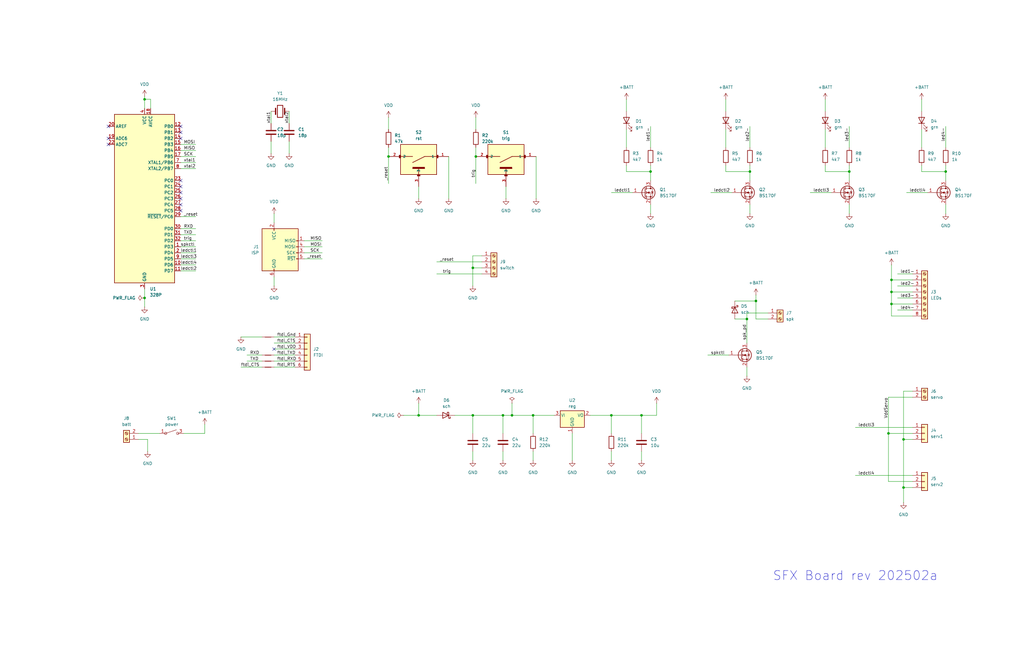
<source format=kicad_sch>
(kicad_sch (version 20231120) (generator "eeschema") (generator_version "8.0")
  (paper "B")
  (junction (at 381 185.42))
  (junction (at 375.92 118.11))
  (junction (at 163.83 66.04))
  (junction (at 270.51 175.26))
  (junction (at 316.23 72.39))
  (junction (at 200.66 66.04))
  (junction (at 318.77 127))
  (junction (at 374.65 182.88))
  (junction (at 257.81 175.26))
  (junction (at 199.39 113.03))
  (junction (at 212.09 175.26))
  (junction (at 375.92 123.19))
  (junction (at 176.53 175.26))
  (junction (at 60.96 125.73))
  (junction (at 398.78 72.39))
  (junction (at 60.96 41.91))
  (junction (at 381 205.74))
  (junction (at 274.32 72.39))
  (junction (at 375.92 128.27))
  (junction (at 199.39 175.26))
  (junction (at 358.14 72.39))
  (junction (at 215.9 175.26))
  (junction (at 224.79 175.26))
  (junction (at 314.96 134.62))
  (no_connect (at 76.2 88.9))
  (no_connect (at 76.2 58.42))
  (no_connect (at 45.72 58.42))
  (no_connect (at 45.72 60.96))
  (no_connect (at 45.72 53.34))
  (no_connect (at 76.2 76.2))
  (no_connect (at 76.2 53.34))
  (no_connect (at 76.2 83.82))
  (no_connect (at 76.2 78.74))
  (no_connect (at 76.2 81.28))
  (no_connect (at 115.57 147.32))
  (no_connect (at 76.2 86.36))
  (no_connect (at 76.2 55.88))
  (wire (pts (xy 60.96 41.91) (xy 60.96 45.72)))
  (wire (pts (xy 77.47 182.88) (xy 86.36 182.88)))
  (wire (pts (xy 199.39 175.26) (xy 212.09 175.26)))
  (wire (pts (xy 115.57 147.32) (xy 124.46 147.32)))
  (wire (pts (xy 318.77 134.62) (xy 318.77 127)))
  (wire (pts (xy 101.6 154.94) (xy 110.49 154.94)))
  (wire (pts (xy 114.3 59.69) (xy 114.3 64.77)))
  (wire (pts (xy 270.51 182.88) (xy 270.51 175.26)))
  (wire (pts (xy 115.57 90.17) (xy 115.57 93.98)))
  (wire (pts (xy 199.39 107.95) (xy 199.39 113.03)))
  (wire (pts (xy 121.92 46.99) (xy 121.92 52.07)))
  (wire (pts (xy 274.32 72.39) (xy 264.16 72.39)))
  (wire (pts (xy 60.96 121.92) (xy 60.96 125.73)))
  (wire (pts (xy 388.62 54.61) (xy 388.62 62.23)))
  (wire (pts (xy 199.39 190.5) (xy 199.39 194.31)))
  (wire (pts (xy 306.07 54.61) (xy 306.07 62.23)))
  (wire (pts (xy 341.63 81.28) (xy 350.52 81.28)))
  (wire (pts (xy 76.2 114.3) (xy 82.55 114.3)))
  (wire (pts (xy 176.53 175.26) (xy 184.15 175.26)))
  (wire (pts (xy 309.88 127) (xy 318.77 127)))
  (wire (pts (xy 189.23 66.04) (xy 189.23 83.82)))
  (wire (pts (xy 276.86 170.18) (xy 276.86 175.26)))
  (wire (pts (xy 323.85 132.08) (xy 314.96 132.08)))
  (wire (pts (xy 224.79 190.5) (xy 224.79 194.31)))
  (wire (pts (xy 215.9 170.18) (xy 215.9 175.26)))
  (wire (pts (xy 264.16 41.91) (xy 264.16 46.99)))
  (wire (pts (xy 101.6 142.24) (xy 110.49 142.24)))
  (wire (pts (xy 360.68 200.66) (xy 384.81 200.66)))
  (wire (pts (xy 375.92 133.35) (xy 384.81 133.35)))
  (wire (pts (xy 170.18 175.26) (xy 176.53 175.26)))
  (wire (pts (xy 384.81 165.1) (xy 381 165.1)))
  (wire (pts (xy 199.39 113.03) (xy 203.2 113.03)))
  (wire (pts (xy 76.2 71.12) (xy 82.55 71.12)))
  (wire (pts (xy 115.57 149.86) (xy 124.46 149.86)))
  (wire (pts (xy 121.92 59.69) (xy 121.92 64.77)))
  (wire (pts (xy 114.3 46.99) (xy 114.3 52.07)))
  (wire (pts (xy 398.78 72.39) (xy 398.78 76.2)))
  (wire (pts (xy 374.65 182.88) (xy 384.81 182.88)))
  (wire (pts (xy 358.14 53.34) (xy 358.14 62.23)))
  (wire (pts (xy 76.2 63.5) (xy 82.55 63.5)))
  (wire (pts (xy 63.5 41.91) (xy 60.96 41.91)))
  (wire (pts (xy 298.45 149.86) (xy 307.34 149.86)))
  (wire (pts (xy 381 185.42) (xy 381 205.74)))
  (wire (pts (xy 381 212.09) (xy 381 205.74)))
  (wire (pts (xy 115.57 116.84) (xy 115.57 120.65)))
  (wire (pts (xy 347.98 41.91) (xy 347.98 46.99)))
  (wire (pts (xy 115.57 144.78) (xy 124.46 144.78)))
  (wire (pts (xy 163.83 62.23) (xy 163.83 66.04)))
  (wire (pts (xy 299.72 81.28) (xy 308.61 81.28)))
  (wire (pts (xy 316.23 53.34) (xy 316.23 62.23)))
  (wire (pts (xy 76.2 66.04) (xy 82.55 66.04)))
  (wire (pts (xy 314.96 132.08) (xy 314.96 134.62)))
  (wire (pts (xy 378.46 130.81) (xy 384.81 130.81)))
  (wire (pts (xy 358.14 86.36) (xy 358.14 90.17)))
  (wire (pts (xy 60.96 40.64) (xy 60.96 41.91)))
  (wire (pts (xy 199.39 175.26) (xy 199.39 182.88)))
  (wire (pts (xy 375.92 123.19) (xy 384.81 123.19)))
  (wire (pts (xy 104.14 149.86) (xy 110.49 149.86)))
  (wire (pts (xy 388.62 72.39) (xy 388.62 69.85)))
  (wire (pts (xy 76.2 96.52) (xy 82.55 96.52)))
  (wire (pts (xy 306.07 41.91) (xy 306.07 46.99)))
  (wire (pts (xy 213.36 78.74) (xy 213.36 83.82)))
  (wire (pts (xy 115.57 152.4) (xy 124.46 152.4)))
  (wire (pts (xy 76.2 106.68) (xy 82.55 106.68)))
  (wire (pts (xy 58.42 182.88) (xy 67.31 182.88)))
  (wire (pts (xy 306.07 72.39) (xy 306.07 69.85)))
  (wire (pts (xy 76.2 91.44) (xy 82.55 91.44)))
  (wire (pts (xy 176.53 170.18) (xy 176.53 175.26)))
  (wire (pts (xy 384.81 203.2) (xy 374.65 203.2)))
  (wire (pts (xy 257.81 81.28) (xy 266.7 81.28)))
  (wire (pts (xy 224.79 175.26) (xy 233.68 175.26)))
  (wire (pts (xy 360.68 180.34) (xy 384.81 180.34)))
  (wire (pts (xy 270.51 175.26) (xy 257.81 175.26)))
  (wire (pts (xy 203.2 107.95) (xy 199.39 107.95)))
  (wire (pts (xy 358.14 72.39) (xy 358.14 76.2)))
  (wire (pts (xy 381 205.74) (xy 384.81 205.74)))
  (wire (pts (xy 316.23 69.85) (xy 316.23 72.39)))
  (wire (pts (xy 200.66 62.23) (xy 200.66 66.04)))
  (wire (pts (xy 163.83 66.04) (xy 163.83 77.47)))
  (wire (pts (xy 375.92 111.76) (xy 375.92 118.11)))
  (wire (pts (xy 115.57 142.24) (xy 124.46 142.24)))
  (wire (pts (xy 115.57 154.94) (xy 124.46 154.94)))
  (wire (pts (xy 375.92 128.27) (xy 384.81 128.27)))
  (wire (pts (xy 276.86 175.26) (xy 270.51 175.26)))
  (wire (pts (xy 76.2 60.96) (xy 82.55 60.96)))
  (wire (pts (xy 128.27 104.14) (xy 135.89 104.14)))
  (wire (pts (xy 128.27 101.6) (xy 135.89 101.6)))
  (wire (pts (xy 347.98 54.61) (xy 347.98 62.23)))
  (wire (pts (xy 86.36 182.88) (xy 86.36 179.07)))
  (wire (pts (xy 212.09 175.26) (xy 215.9 175.26)))
  (wire (pts (xy 388.62 41.91) (xy 388.62 46.99)))
  (wire (pts (xy 224.79 175.26) (xy 224.79 182.88)))
  (wire (pts (xy 316.23 72.39) (xy 316.23 76.2)))
  (wire (pts (xy 58.42 185.42) (xy 62.23 185.42)))
  (wire (pts (xy 200.66 66.04) (xy 200.66 77.47)))
  (wire (pts (xy 76.2 101.6) (xy 82.55 101.6)))
  (wire (pts (xy 200.66 49.53) (xy 200.66 54.61)))
  (wire (pts (xy 378.46 125.73) (xy 384.81 125.73)))
  (wire (pts (xy 184.15 110.49) (xy 203.2 110.49)))
  (wire (pts (xy 128.27 109.22) (xy 135.89 109.22)))
  (wire (pts (xy 375.92 118.11) (xy 384.81 118.11)))
  (wire (pts (xy 76.2 68.58) (xy 82.55 68.58)))
  (wire (pts (xy 257.81 175.26) (xy 257.81 182.88)))
  (wire (pts (xy 176.53 78.74) (xy 176.53 83.82)))
  (wire (pts (xy 63.5 45.72) (xy 63.5 41.91)))
  (wire (pts (xy 375.92 128.27) (xy 375.92 133.35)))
  (wire (pts (xy 191.77 175.26) (xy 199.39 175.26)))
  (wire (pts (xy 60.96 125.73) (xy 60.96 129.54)))
  (wire (pts (xy 257.81 190.5) (xy 257.81 194.31)))
  (wire (pts (xy 358.14 69.85) (xy 358.14 72.39)))
  (wire (pts (xy 274.32 86.36) (xy 274.32 90.17)))
  (wire (pts (xy 398.78 69.85) (xy 398.78 72.39)))
  (wire (pts (xy 378.46 120.65) (xy 384.81 120.65)))
  (wire (pts (xy 374.65 167.64) (xy 374.65 182.88)))
  (wire (pts (xy 264.16 54.61) (xy 264.16 62.23)))
  (wire (pts (xy 398.78 86.36) (xy 398.78 90.17)))
  (wire (pts (xy 215.9 175.26) (xy 224.79 175.26)))
  (wire (pts (xy 76.2 111.76) (xy 82.55 111.76)))
  (wire (pts (xy 104.14 152.4) (xy 110.49 152.4)))
  (wire (pts (xy 264.16 72.39) (xy 264.16 69.85)))
  (wire (pts (xy 358.14 72.39) (xy 347.98 72.39)))
  (wire (pts (xy 184.15 115.57) (xy 203.2 115.57)))
  (wire (pts (xy 374.65 203.2) (xy 374.65 182.88)))
  (wire (pts (xy 76.2 99.06) (xy 82.55 99.06)))
  (wire (pts (xy 248.92 175.26) (xy 257.81 175.26)))
  (wire (pts (xy 62.23 185.42) (xy 62.23 190.5)))
  (wire (pts (xy 163.83 49.53) (xy 163.83 54.61)))
  (wire (pts (xy 347.98 72.39) (xy 347.98 69.85)))
  (wire (pts (xy 384.81 167.64) (xy 374.65 167.64)))
  (wire (pts (xy 128.27 106.68) (xy 135.89 106.68)))
  (wire (pts (xy 76.2 104.14) (xy 82.55 104.14)))
  (wire (pts (xy 316.23 86.36) (xy 316.23 90.17)))
  (wire (pts (xy 314.96 154.94) (xy 314.96 158.75)))
  (wire (pts (xy 316.23 72.39) (xy 306.07 72.39)))
  (wire (pts (xy 212.09 190.5) (xy 212.09 194.31)))
  (wire (pts (xy 378.46 115.57) (xy 384.81 115.57)))
  (wire (pts (xy 375.92 118.11) (xy 375.92 123.19)))
  (wire (pts (xy 398.78 53.34) (xy 398.78 62.23)))
  (wire (pts (xy 226.06 66.04) (xy 226.06 83.82)))
  (wire (pts (xy 274.32 69.85) (xy 274.32 72.39)))
  (wire (pts (xy 318.77 127) (xy 318.77 124.46)))
  (wire (pts (xy 274.32 53.34) (xy 274.32 62.23)))
  (wire (pts (xy 199.39 120.65) (xy 199.39 113.03)))
  (wire (pts (xy 274.32 72.39) (xy 274.32 76.2)))
  (wire (pts (xy 375.92 123.19) (xy 375.92 128.27)))
  (wire (pts (xy 382.27 81.28) (xy 391.16 81.28)))
  (wire (pts (xy 384.81 185.42) (xy 381 185.42)))
  (wire (pts (xy 314.96 134.62) (xy 314.96 144.78)))
  (wire (pts (xy 381 165.1) (xy 381 185.42)))
  (wire (pts (xy 212.09 182.88) (xy 212.09 175.26)))
  (wire (pts (xy 76.2 109.22) (xy 82.55 109.22)))
  (wire (pts (xy 309.88 134.62) (xy 314.96 134.62)))
  (wire (pts (xy 398.78 72.39) (xy 388.62 72.39)))
  (wire (pts (xy 241.3 182.88) (xy 241.3 194.31)))
  (wire (pts (xy 323.85 134.62) (xy 318.77 134.62)))
  (wire (pts (xy 270.51 190.5) (xy 270.51 194.31)))
  (text "SFX Board rev 202502a" (at 360.68 243.078 0) (effects (font (size 3.81 3.81))))
  (label "led1-" (at 274.32 59.69 90))
  (label "MISO" (at 130.81 101.6 0))
  (label "ledctl3" (at 361.95 180.34 0))
  (label "ledctl4" (at 383.54 81.28 0))
  (label "ledctl2" (at 76.2 114.3 0))
  (label "ledctl4" (at 76.2 111.76 0))
  (label "spkctl" (at 76.2 104.14 0))
  (label "ledctl3" (at 76.2 109.22 0))
  (label "ledctl1" (at 259.08 81.28 0))
  (label "MISO" (at 77.47 63.5 0))
  (label "_reset" (at 185.42 110.49 0))
  (label "ftdi_Gnd" (at 116.84 142.24 0))
  (label "xtal2" (at 121.92 52.07 90))
  (label "trig" (at 77.47 101.6 0))
  (label "spk_pd" (at 314.96 143.51 90))
  (label "spkctl" (at 299.72 149.86 0))
  (label "ledctl4" (at 361.95 200.66 0))
  (label "SCK" (at 77.47 66.04 0))
  (label "RXD" (at 77.47 96.52 0))
  (label "MOSI" (at 130.81 104.14 0))
  (label "xtal1" (at 77.47 68.58 0))
  (label "RXD" (at 105.41 149.86 0))
  (label "xtal2" (at 77.47 71.12 0))
  (label "TXD" (at 105.41 152.4 0))
  (label "xtal1" (at 114.3 52.07 90))
  (label "_reset" (at 163.83 76.2 90))
  (label "ftdi_CTS" (at 116.84 144.78 0))
  (label "led1-" (at 379.73 115.57 0))
  (label "ftdi_VDD" (at 116.84 147.32 0))
  (label "_reset" (at 129.54 109.22 0))
  (label "VddServo" (at 374.65 176.53 90))
  (label "_reset" (at 77.47 91.44 0))
  (label "ftdi_RTS" (at 116.84 154.94 0))
  (label "trig" (at 200.66 74.93 90))
  (label "ledctl3" (at 342.9 81.28 0))
  (label "led4-" (at 398.78 59.69 90))
  (label "led3-" (at 379.73 125.73 0))
  (label "led3-" (at 358.14 59.69 90))
  (label "ftdi_CTS" (at 101.6 154.94 0))
  (label "ftdi_RXD" (at 116.84 152.4 0))
  (label "ftdi_TXD" (at 116.84 149.86 0))
  (label "led2-" (at 379.73 120.65 0))
  (label "ledctl2" (at 300.99 81.28 0))
  (label "led2-" (at 316.23 59.69 90))
  (label "ledctl1" (at 76.2 106.68 0))
  (label "trig" (at 186.69 115.57 0))
  (label "TXD" (at 77.47 99.06 0))
  (label "MOSI" (at 77.47 60.96 0))
  (label "led4-" (at 379.73 130.81 0))
  (label "SCK" (at 130.81 106.68 0))
  (symbol (lib_id "power:GND") (at 257.81 194.31 0) (unit 1)
    (property "Reference" "#PWR27" (effects (hide yes)))
    (property "Value" "GND" (at 257.81 199.39 0))
    (property "Description" "Power symbol creates a global label with name \"GND\" , ground" (effects (hide yes)))
  )
  (symbol (lib_id "power:GND") (at 101.6 142.24 0) (unit 1)
    (property "Reference" "#PWR7" (effects (hide yes)))
    (property "Value" "GND" (at 101.6 147.32 0))
    (property "Description" "Power symbol creates a global label with name \"GND\" , ground" (effects (hide yes)))
  )
  (symbol (lib_id "Connector:Screw_Terminal_01x04") (at 208.28 110.49 0) (unit 1)
    (property "Reference" "J9" (at 210.82 110.4899 0) (effects (justify left)))
    (property "Value" "switch" (at 210.82 113.0299 0) (effects (justify left)))
    (property "Footprint" "TerminalBlock_TE-Connectivity:TerminalBlock_TE_282834-4_1x04_P2.54mm_Horizontal" (effects (hide yes)))
    (property "Description" "Generic screw terminal, single row, 01x04, script generated (kicad-library-utils/schlib/autogen/connector/)" (effects (hide yes)))
    (property "DkeyPart" "A98335-ND" (effects (hide yes)))
    (property "Manufacturer" "TE Connectivity" (effects (hide yes)))
    (property "MfgPart" "282834-4" (effects (hide yes)))
  )
  (symbol (lib_id "power:GND") (at 199.39 120.65 0) (unit 1)
    (property "Reference" "#PWR36" (effects (hide yes)))
    (property "Value" "GND" (at 199.39 125.73 0))
    (property "Description" "Power symbol creates a global label with name \"GND\" , ground" (effects (hide yes)))
  )
  (symbol (lib_id "Connector:Screw_Terminal_01x02") (at 53.34 185.42 180) (unit 1)
    (property "Reference" "J8" (at 53.34 176.53 0))
    (property "Value" "batt" (at 53.34 179.07 0))
    (property "Footprint" "TerminalBlock_TE-Connectivity:TerminalBlock_TE_282834-2_1x02_P2.54mm_Horizontal" (effects (hide yes)))
    (property "Description" "Generic screw terminal, single row, 01x02, script generated (kicad-library-utils/schlib/autogen/connector/)" (effects (hide yes)))
    (property "Manufacturer" "TE Connectivity" (effects (hide yes)))
    (property "DkeyPart" "A98333-ND" (effects (hide yes)))
    (property "MfgPart" "282834-2" (effects (hide yes)))
  )
  (symbol (lib_id "Device:R") (at 306.07 66.04 0) (unit 1)
    (property "Reference" "R5" (at 308.61 64.7699 0) (effects (justify left)))
    (property "Value" "4k7" (at 308.61 67.3099 0) (effects (justify left)))
    (property "Footprint" "Resistor_SMD:R_0805_2012Metric_Pad1.20x1.40mm_HandSolder" (effects (hide yes)))
    (property "Description" "Resistor" (effects (hide yes)))
    (property "DkeyPart" "311-4.70KCRCT-ND" (effects (hide yes)))
    (property "Manufacturer" "Yageo" (effects (hide yes)))
    (property "MfgPart" "RC0805FR-074K7L" (effects (hide yes)))
  )
  (symbol (lib_id "Regulator_Linear:MCP1703Ax-400xxTT") (at 241.3 175.26 0) (unit 1)
    (property "Reference" "U2" (at 241.3 168.91 0))
    (property "Value" "reg" (at 241.3 171.45 0))
    (property "Footprint" "Package_TO_SOT_SMD:SOT-23_Handsoldering" (effects (hide yes)))
    (property "Datasheet" "http://ww1.microchip.com/downloads/en/DeviceDoc/20005122B.pdf" (effects (hide yes)))
    (property "Description" "Low Quiescent Current LDO Regulator, 4.0V, 250mA, Vin<=16V, SOT-23" (effects (hide yes)))
    (property "DkeyPart" "MCP1703AT-5002E/CBCT-ND" (effects (hide yes)))
    (property "Manufacturer" "Microchip Technology" (effects (hide yes)))
    (property "MfgPart" "MCP1703AT-5002E/CB" (effects (hide yes)))
  )
  (symbol (lib_id "Device:C") (at 212.09 186.69 0) (unit 1)
    (property "Reference" "C4" (at 215.9 185.4199 0) (effects (justify left)))
    (property "Value" "22u" (at 215.9 187.9599 0) (effects (justify left)))
    (property "Footprint" "Capacitor_SMD:C_1206_3216Metric_Pad1.33x1.80mm_HandSolder" (effects (hide yes)))
    (property "Description" "Unpolarized capacitor" (effects (hide yes)))
    (property "DkeyPart" "13-CC1206KFX5R8BB226CT-ND" (effects (hide yes)))
    (property "MfgPart" "CC1206KFX5R8BB226" (effects (hide yes)))
    (property "Manufacturer" "Yageo" (effects (hide yes)))
  )
  (symbol (lib_id "power:GND") (at 224.79 194.31 0) (unit 1)
    (property "Reference" "#PWR26" (effects (hide yes)))
    (property "Value" "GND" (at 224.79 199.39 0))
    (property "Description" "Power symbol creates a global label with name \"GND\" , ground" (effects (hide yes)))
  )
  (symbol (lib_id "Device:NetTie_2") (at 113.03 149.86 0) (unit 1) (in_bom no)
    (property "Reference" "NT2" (effects (hide yes)))
    (property "Value" "NetTie_2" (effects (hide yes)))
    (property "Footprint" "NetTie:NetTie-2_SMD_Pad0.5mm" (effects (hide yes)))
    (property "Description" "Net tie, 2 pins" (effects (hide yes)))
  )
  (symbol (lib_id "power:VDD") (at 115.57 90.17 0) (unit 1)
    (property "Reference" "#PWR5" (effects (hide yes)))
    (property "Value" "VDD" (at 115.57 85.09 0))
    (property "Description" "Power symbol creates a global label with name \"VDD\"" (effects (hide yes)))
  )
  (symbol (lib_id "Transistor_FET:BS170F") (at 313.69 81.28 0) (unit 1)
    (property "Reference" "Q2" (at 320.04 80.0099 0) (effects (justify left)))
    (property "Value" "BS170F" (at 320.04 82.5499 0) (effects (justify left)))
    (property "Footprint" "Package_TO_SOT_SMD:SOT-23_Handsoldering" (effects (hide yes)))
    (property "Datasheet" "http://www.diodes.com/assets/Datasheets/BS170F.pdf" (effects (hide yes)))
    (property "Description" "0.15A Id, 60V Vds, N-Channel MOSFET, SOT-23" (effects (hide yes)))
    (property "DkeyPart" "BS170FCT-ND" (effects (hide yes)))
    (property "Manufacturer" "Diodes Incorporated" (effects (hide yes)))
    (property "MfgPart" "BS170FTA" (effects (hide yes)))
  )
  (symbol (lib_id "power:+BATT") (at 86.36 179.07 0) (unit 1)
    (property "Reference" "#PWR34" (effects (hide yes)))
    (property "Value" "+BATT" (at 86.36 173.99 0))
    (property "Description" "Power symbol creates a global label with name \"+BATT\"" (effects (hide yes)))
  )
  (symbol (lib_id "Device:R") (at 264.16 66.04 0) (unit 1)
    (property "Reference" "R3" (at 266.7 64.7699 0) (effects (justify left)))
    (property "Value" "4k7" (at 266.7 67.3099 0) (effects (justify left)))
    (property "Footprint" "Resistor_SMD:R_0805_2012Metric_Pad1.20x1.40mm_HandSolder" (effects (hide yes)))
    (property "Description" "Resistor" (effects (hide yes)))
    (property "DkeyPart" "311-4.70KCRCT-ND" (effects (hide yes)))
    (property "Manufacturer" "Yageo" (effects (hide yes)))
    (property "MfgPart" "RC0805FR-074K7L" (effects (hide yes)))
  )
  (symbol (lib_id "Connector:AVR-ISP-6") (at 118.11 106.68 0) (unit 1)
    (property "Reference" "J1" (at 109.22 104.1399 0) (effects (justify right)))
    (property "Value" "ISP" (at 109.22 106.6799 0) (effects (justify right)))
    (property "Footprint" "Connector_IDC:IDC-Header_2x03_P2.54mm_Vertical" (effects (hide yes)))
    (property "Description" "Atmel 6-pin ISP connector" (effects (hide yes)))
    (property "DkeyPart" "A122759-ND" (effects (hide yes)))
    (property "MfgPart" "1761681-1" (effects (hide yes)))
    (property "Manufacturer" "TE Connectivity" (effects (hide yes)))
  )
  (symbol (lib_id "Device:R") (at 274.32 66.04 0) (unit 1)
    (property "Reference" "R4" (at 276.86 64.7699 0) (effects (justify left)))
    (property "Value" "1k" (at 276.86 67.3099 0) (effects (justify left)))
    (property "Footprint" "Resistor_SMD:R_0805_2012Metric_Pad1.20x1.40mm_HandSolder" (effects (hide yes)))
    (property "Description" "Resistor" (effects (hide yes)))
    (property "DkeyPart" "311-1.00KCRCT-ND" (effects (hide yes)))
    (property "Manufacturer" "Yageo" (effects (hide yes)))
    (property "MfgPart" "RC0805FR-071KL" (effects (hide yes)))
  )
  (symbol (lib_id "power:VDD") (at 163.83 49.53 0) (unit 1)
    (property "Reference" "#PWR12" (effects (hide yes)))
    (property "Value" "VDD" (at 163.83 44.45 0))
    (property "Description" "Power symbol creates a global label with name \"VDD\"" (effects (hide yes)))
  )
  (symbol (lib_id "power:GND") (at 316.23 90.17 0) (unit 1)
    (property "Reference" "#PWR19" (effects (hide yes)))
    (property "Value" "GND" (at 316.23 95.25 0))
    (property "Description" "Power symbol creates a global label with name \"GND\" , ground" (effects (hide yes)))
  )
  (symbol (lib_id "Device:NetTie_2") (at 113.03 154.94 0) (unit 1) (in_bom no)
    (property "Reference" "NT4" (effects (hide yes)))
    (property "Value" "NetTie_2" (effects (hide yes)))
    (property "Footprint" "NetTie:NetTie-2_SMD_Pad0.5mm" (effects (hide yes)))
    (property "Description" "Net tie, 2 pins" (effects (hide yes)))
  )
  (symbol (lib_id "power:+BATT") (at 264.16 41.91 0) (unit 1)
    (property "Reference" "#PWR14" (effects (hide yes)))
    (property "Value" "+BATT" (at 264.16 36.83 0))
    (property "Description" "Power symbol creates a global label with name \"+BATT\"" (effects (hide yes)))
  )
  (symbol (lib_id "B3U-1100P:B3U-1100P") (at 213.36 66.04 0) (unit 1)
    (property "Reference" "S1" (at 213.3552 55.88 0))
    (property "Value" "trig" (at 213.3552 58.42 0))
    (property "Footprint" "switch-smt-pb-Omron-B3U_1100P:SW_B3U-1100P" (effects (hide yes)))
    (property "MANUFACTURER" "Omron" (effects (hide yes)))
    (property "DkeyPart" "SW1021CT-ND" (effects (hide yes)))
    (property "Manufacturer" "Omron Electronics" (effects (hide yes)))
    (property "MfgPart" "B3U-1100P" (effects (hide yes)))
  )
  (symbol (lib_id "Device:R") (at 200.66 58.42 0) (unit 1)
    (property "Reference" "R2" (at 203.2 57.1499 0) (effects (justify left)))
    (property "Value" "220k" (at 203.2 59.6899 0) (effects (justify left)))
    (property "Footprint" "Resistor_SMD:R_0805_2012Metric_Pad1.20x1.40mm_HandSolder" (effects (hide yes)))
    (property "Description" "Resistor" (effects (hide yes)))
    (property "DkeyPart" "311-220KCRCT-ND" (effects (hide yes)))
    (property "Manufacturer" "Yageo" (effects (hide yes)))
    (property "MfgPart" "RC0805FR-07220KL" (effects (hide yes)))
  )
  (symbol (lib_id "power:GND") (at 62.23 190.5 0) (unit 1)
    (property "Reference" "#PWR33" (effects (hide yes)))
    (property "Value" "GND" (at 62.23 195.58 0))
    (property "Description" "Power symbol creates a global label with name \"GND\" , ground" (effects (hide yes)))
  )
  (symbol (lib_id "Device:LED") (at 347.98 50.8 90) (unit 1)
    (property "Reference" "D3" (at 351.79 51.1174 90) (effects (justify right)))
    (property "Value" "grn" (at 351.79 53.6574 90) (effects (justify right)))
    (property "Footprint" "LED_SMD:LED_0805_2012Metric_Pad1.15x1.40mm_HandSolder" (effects (hide yes)))
    (property "Description" "Light emitting diode" (effects (hide yes)))
    (property "DkeyPart" "754-1438-1-ND" (effects (hide yes)))
    (property "Manufacturer" "Kingbright" (effects (hide yes)))
    (property "MfgPart" "APT2012ZGC" (effects (hide yes)))
  )
  (symbol (lib_id "power:GND") (at 189.23 83.82 0) (unit 1)
    (property "Reference" "#PWR9" (effects (hide yes)))
    (property "Value" "GND" (at 189.23 88.9 0))
    (property "Description" "Power symbol creates a global label with name \"GND\" , ground" (effects (hide yes)))
  )
  (symbol (lib_id "Device:R") (at 163.83 58.42 0) (unit 1)
    (property "Reference" "R1" (at 166.37 57.1499 0) (effects (justify left)))
    (property "Value" "47k" (at 166.37 59.6899 0) (effects (justify left)))
    (property "Footprint" "Resistor_SMD:R_0805_2012Metric_Pad1.20x1.40mm_HandSolder" (effects (hide yes)))
    (property "Description" "Resistor" (effects (hide yes)))
    (property "DkeyPart" "311-47.0KCRCT-ND" (effects (hide yes)))
    (property "Manufacturer" "Yageo" (effects (hide yes)))
    (property "MfgPart" "RC0805FR-0747KL" (effects (hide yes)))
  )
  (symbol (lib_id "power:GND") (at 274.32 90.17 0) (unit 1)
    (property "Reference" "#PWR16" (effects (hide yes)))
    (property "Value" "GND" (at 274.32 95.25 0))
    (property "Description" "Power symbol creates a global label with name \"GND\" , ground" (effects (hide yes)))
  )
  (symbol (lib_id "power:GND") (at 121.92 64.77 0) (unit 1)
    (property "Reference" "#PWR3" (effects (hide yes)))
    (property "Value" "GND" (at 121.92 69.85 0))
    (property "Description" "Power symbol creates a global label with name \"GND\" , ground" (effects (hide yes)))
  )
  (symbol (lib_id "power:PWR_FLAG") (at 215.9 170.18 0) (unit 1)
    (property "Reference" "#FLG3" (effects (hide yes)))
    (property "Value" "PWR_FLAG" (at 215.9 165.1 0))
    (property "Description" "Special symbol for telling ERC where power comes from" (effects (hide yes)))
  )
  (symbol (lib_id "Device:R") (at 316.23 66.04 0) (unit 1)
    (property "Reference" "R6" (at 318.77 64.7699 0) (effects (justify left)))
    (property "Value" "1k" (at 318.77 67.3099 0) (effects (justify left)))
    (property "Footprint" "Resistor_SMD:R_0805_2012Metric_Pad1.20x1.40mm_HandSolder" (effects (hide yes)))
    (property "Description" "Resistor" (effects (hide yes)))
    (property "DkeyPart" "311-1.00KCRCT-ND" (effects (hide yes)))
    (property "Manufacturer" "Yageo" (effects (hide yes)))
    (property "MfgPart" "RC0805FR-071KL" (effects (hide yes)))
  )
  (symbol (lib_id "sw_ES02MCBE:ES02MCBE") (at 72.39 182.88 0) (unit 1)
    (property "Reference" "SW1" (at 72.39 176.53 0))
    (property "Value" "power" (at 72.39 179.07 0))
    (property "Footprint" "sw_ES02MCBE:Switch_Slide_SPST_CK_ES02MCBE" (effects (hide yes)))
    (property "Description" "SPST through-hole miniature slide switch" (effects (hide yes)))
    (property "DkeyPart" "CKN1812-ND" (effects (hide yes)))
    (property "Manufacturer" "CK Components" (effects (hide yes)))
    (property "MfgPart" "ES02MCBE" (effects (hide yes)))
  )
  (symbol (lib_id "Device:R") (at 224.79 186.69 0) (unit 1)
    (property "Reference" "R12" (at 227.33 185.4199 0) (effects (justify left)))
    (property "Value" "220k" (at 227.33 187.9599 0) (effects (justify left)))
    (property "Footprint" "Resistor_SMD:R_0805_2012Metric_Pad1.20x1.40mm_HandSolder" (effects (hide yes)))
    (property "Description" "Resistor" (effects (hide yes)))
    (property "DkeyPart" "311-220KCRCT-ND" (effects (hide yes)))
    (property "Manufacturer" "Yageo" (effects (hide yes)))
    (property "MfgPart" "RC0805FR-07220KL" (effects (hide yes)))
  )
  (symbol (lib_id "Connector_Generic:Conn_01x03") (at 389.89 182.88 0) (unit 1)
    (property "Reference" "J4" (at 392.43 181.6099 0) (effects (justify left)))
    (property "Value" "serv1" (at 392.43 184.1499 0) (effects (justify left)))
    (property "Footprint" "Connector_PinHeader_2.54mm:PinHeader_1x03_P2.54mm_Horizontal" (effects (hide yes)))
    (property "Description" "Generic connector, single row, 01x03, script generated (kicad-library-utils/schlib/autogen/connector/)" (effects (hide yes)))
    (property "Manufacturer" "TE Connectivity" (effects (hide yes)))
    (property "DkeyPart" "A28621-ND" (effects (hide yes)))
    (property "MfgPart" "103906-2" (effects (hide yes)))
  )
  (symbol (lib_id "power:VDD") (at 60.96 40.64 0) (unit 1)
    (property "Reference" "#PWR6" (effects (hide yes)))
    (property "Value" "VDD" (at 60.96 35.56 0))
    (property "Description" "Power symbol creates a global label with name \"VDD\"" (effects (hide yes)))
  )
  (symbol (lib_id "Device:R") (at 257.81 186.69 0) (unit 1)
    (property "Reference" "R11" (at 260.35 185.4199 0) (effects (justify left)))
    (property "Value" "220k" (at 260.35 187.9599 0) (effects (justify left)))
    (property "Footprint" "Resistor_SMD:R_0805_2012Metric_Pad1.20x1.40mm_HandSolder" (effects (hide yes)))
    (property "Description" "Resistor" (effects (hide yes)))
    (property "DkeyPart" "311-220KCRCT-ND" (effects (hide yes)))
    (property "Manufacturer" "Yageo" (effects (hide yes)))
    (property "MfgPart" "RC0805FR-07220KL" (effects (hide yes)))
  )
  (symbol (lib_id "Device:D_Schottky") (at 187.96 175.26 180) (unit 1)
    (property "Reference" "D6" (at 188.2775 168.91 0))
    (property "Value" "sch" (at 188.2775 171.45 0))
    (property "Footprint" "Diode_SMD:D_0805_2012Metric_Pad1.15x1.40mm_HandSolder" (effects (hide yes)))
    (property "Description" "Schottky diode" (effects (hide yes)))
    (property "DkeyPart" "478-7802-1-ND" (effects (hide yes)))
    (property "Manufacturer" "Kyocera AVX" (effects (hide yes)))
    (property "MfgPart" "SD0805S040S0R5" (effects (hide yes)))
  )
  (symbol (lib_id "Connector:Screw_Terminal_01x02") (at 389.89 165.1 0) (unit 1)
    (property "Reference" "J6" (at 392.43 165.0999 0) (effects (justify left)))
    (property "Value" "servo" (at 392.43 167.6399 0) (effects (justify left)))
    (property "Footprint" "TerminalBlock_TE-Connectivity:TerminalBlock_TE_282834-2_1x02_P2.54mm_Horizontal" (effects (hide yes)))
    (property "Description" "Generic screw terminal, single row, 01x02, script generated (kicad-library-utils/schlib/autogen/connector/)" (effects (hide yes)))
    (property "Manufacturer" "TE Connectivity" (effects (hide yes)))
    (property "DkeyPart" "A98333-ND" (effects (hide yes)))
    (property "MfgPart" "282834-2" (effects (hide yes)))
  )
  (symbol (lib_id "power:GND") (at 213.36 83.82 0) (unit 1)
    (property "Reference" "#PWR10" (effects (hide yes)))
    (property "Value" "GND" (at 213.36 88.9 0))
    (property "Description" "Power symbol creates a global label with name \"GND\" , ground" (effects (hide yes)))
  )
  (symbol (lib_id "power:+BATT") (at 306.07 41.91 0) (unit 1)
    (property "Reference" "#PWR17" (effects (hide yes)))
    (property "Value" "+BATT" (at 306.07 36.83 0))
    (property "Description" "Power symbol creates a global label with name \"+BATT\"" (effects (hide yes)))
  )
  (symbol (lib_id "Connector:Screw_Terminal_01x08") (at 389.89 123.19 0) (unit 1)
    (property "Reference" "J3" (at 392.43 123.1899 0) (effects (justify left)))
    (property "Value" "LEDs" (at 392.43 125.7299 0) (effects (justify left)))
    (property "Footprint" "TerminalBlock_TE-Connectivity:TerminalBlock_TE_282834-8_1x08_P2.54mm_Horizontal" (effects (hide yes)))
    (property "Description" "Generic screw terminal, single row, 01x08, script generated (kicad-library-utils/schlib/autogen/connector/)" (effects (hide yes)))
    (property "Manufacturer" "TE Connectivity" (effects (hide yes)))
    (property "DkeyPart" "A98338-ND" (effects (hide yes)))
    (property "MfgPart" "282834-8" (effects (hide yes)))
  )
  (symbol (lib_id "Connector:Screw_Terminal_01x02") (at 328.93 132.08 0) (unit 1)
    (property "Reference" "J7" (at 331.47 132.0799 0) (effects (justify left)))
    (property "Value" "spk" (at 331.47 134.6199 0) (effects (justify left)))
    (property "Footprint" "TerminalBlock_TE-Connectivity:TerminalBlock_TE_282834-2_1x02_P2.54mm_Horizontal" (effects (hide yes)))
    (property "Description" "Generic screw terminal, single row, 01x02, script generated (kicad-library-utils/schlib/autogen/connector/)" (effects (hide yes)))
    (property "Manufacturer" "TE Connectivity" (effects (hide yes)))
    (property "DkeyPart" "A98333-ND" (effects (hide yes)))
    (property "MfgPart" "282834-2" (effects (hide yes)))
  )
  (symbol (lib_id "Transistor_FET:BS170F") (at 355.6 81.28 0) (unit 1)
    (property "Reference" "Q3" (at 361.95 80.0099 0) (effects (justify left)))
    (property "Value" "BS170F" (at 361.95 82.5499 0) (effects (justify left)))
    (property "Footprint" "Package_TO_SOT_SMD:SOT-23_Handsoldering" (effects (hide yes)))
    (property "Datasheet" "http://www.diodes.com/assets/Datasheets/BS170F.pdf" (effects (hide yes)))
    (property "Description" "0.15A Id, 60V Vds, N-Channel MOSFET, SOT-23" (effects (hide yes)))
    (property "DkeyPart" "BS170FCT-ND" (effects (hide yes)))
    (property "Manufacturer" "Diodes Incorporated" (effects (hide yes)))
    (property "MfgPart" "BS170FTA" (effects (hide yes)))
  )
  (symbol (lib_id "power:GND") (at 199.39 194.31 0) (unit 1)
    (property "Reference" "#PWR35" (effects (hide yes)))
    (property "Value" "GND" (at 199.39 199.39 0))
    (property "Description" "Power symbol creates a global label with name \"GND\" , ground" (effects (hide yes)))
  )
  (symbol (lib_id "Transistor_FET:BS170F") (at 312.42 149.86 0) (unit 1)
    (property "Reference" "Q5" (at 318.77 148.5899 0) (effects (justify left)))
    (property "Value" "BS170F" (at 318.77 151.1299 0) (effects (justify left)))
    (property "Footprint" "Package_TO_SOT_SMD:SOT-23_Handsoldering" (effects (hide yes)))
    (property "Datasheet" "http://www.diodes.com/assets/Datasheets/BS170F.pdf" (effects (hide yes)))
    (property "Description" "0.15A Id, 60V Vds, N-Channel MOSFET, SOT-23" (effects (hide yes)))
    (property "DkeyPart" "BS170FCT-ND" (effects (hide yes)))
    (property "Manufacturer" "Diodes Incorporated" (effects (hide yes)))
    (property "MfgPart" "BS170FTA" (effects (hide yes)))
  )
  (symbol (lib_id "power:GND") (at 176.53 83.82 0) (unit 1)
    (property "Reference" "#PWR8" (effects (hide yes)))
    (property "Value" "GND" (at 176.53 88.9 0))
    (property "Description" "Power symbol creates a global label with name \"GND\" , ground" (effects (hide yes)))
  )
  (symbol (lib_id "power:GND") (at 115.57 120.65 0) (unit 1)
    (property "Reference" "#PWR4" (effects (hide yes)))
    (property "Value" "GND" (at 115.57 125.73 0))
    (property "Description" "Power symbol creates a global label with name \"GND\" , ground" (effects (hide yes)))
  )
  (symbol (lib_id "power:GND") (at 212.09 194.31 0) (unit 1)
    (property "Reference" "#PWR30" (effects (hide yes)))
    (property "Value" "GND" (at 212.09 199.39 0))
    (property "Description" "Power symbol creates a global label with name \"GND\" , ground" (effects (hide yes)))
  )
  (symbol (lib_id "power:PWR_FLAG") (at 60.96 125.73 90) (unit 1)
    (property "Reference" "#FLG1" (effects (hide yes)))
    (property "Value" "PWR_FLAG" (at 57.15 125.7299 90) (effects (justify left)))
    (property "Description" "Special symbol for telling ERC where power comes from" (effects (hide yes)))
  )
  (symbol (lib_id "Device:LED") (at 306.07 50.8 90) (unit 1)
    (property "Reference" "D2" (at 309.88 51.1174 90) (effects (justify right)))
    (property "Value" "grn" (at 309.88 53.6574 90) (effects (justify right)))
    (property "Footprint" "LED_SMD:LED_0805_2012Metric_Pad1.15x1.40mm_HandSolder" (effects (hide yes)))
    (property "Description" "Light emitting diode" (effects (hide yes)))
    (property "DkeyPart" "754-1438-1-ND" (effects (hide yes)))
    (property "Manufacturer" "Kingbright" (effects (hide yes)))
    (property "MfgPart" "APT2012ZGC" (effects (hide yes)))
  )
  (symbol (lib_id "power:GND") (at 314.96 158.75 0) (unit 1)
    (property "Reference" "#PWR21" (effects (hide yes)))
    (property "Value" "GND" (at 314.96 163.83 0))
    (property "Description" "Power symbol creates a global label with name \"GND\" , ground" (effects (hide yes)))
  )
  (symbol (lib_id "Device:R") (at 398.78 66.04 0) (unit 1)
    (property "Reference" "R10" (at 401.32 64.7699 0) (effects (justify left)))
    (property "Value" "1k" (at 401.32 67.3099 0) (effects (justify left)))
    (property "Footprint" "Resistor_SMD:R_0805_2012Metric_Pad1.20x1.40mm_HandSolder" (effects (hide yes)))
    (property "Description" "Resistor" (effects (hide yes)))
    (property "DkeyPart" "311-1.00KCRCT-ND" (effects (hide yes)))
    (property "Manufacturer" "Yageo" (effects (hide yes)))
    (property "MfgPart" "RC0805FR-071KL" (effects (hide yes)))
  )
  (symbol (lib_id "Device:C") (at 199.39 186.69 0) (unit 1)
    (property "Reference" "C5" (at 203.2 185.4199 0) (effects (justify left)))
    (property "Value" "22u" (at 203.2 187.9599 0) (effects (justify left)))
    (property "Footprint" "Capacitor_SMD:C_1206_3216Metric_Pad1.33x1.80mm_HandSolder" (effects (hide yes)))
    (property "Description" "Unpolarized capacitor" (effects (hide yes)))
    (property "DkeyPart" "13-CC1206KFX5R8BB226CT-ND" (effects (hide yes)))
    (property "MfgPart" "CC1206KFX5R8BB226" (effects (hide yes)))
    (property "Manufacturer" "Yageo" (effects (hide yes)))
  )
  (symbol (lib_id "power:+BATT") (at 318.77 124.46 0) (unit 1)
    (property "Reference" "#PWR24" (effects (hide yes)))
    (property "Value" "+BATT" (at 318.77 119.38 0))
    (property "Description" "Power symbol creates a global label with name \"+BATT\"" (effects (hide yes)))
  )
  (symbol (lib_id "power:VDD") (at 276.86 170.18 0) (unit 1)
    (property "Reference" "#PWR31" (effects (hide yes)))
    (property "Value" "VDD" (at 276.86 165.1 0))
    (property "Description" "Power symbol creates a global label with name \"VDD\"" (effects (hide yes)))
  )
  (symbol (lib_id "power:GND") (at 60.96 129.54 0) (unit 1)
    (property "Reference" "#PWR1" (effects (hide yes)))
    (property "Value" "GND" (at 60.96 134.62 0))
    (property "Description" "Power symbol creates a global label with name \"GND\" , ground" (effects (hide yes)))
  )
  (symbol (lib_id "power:PWR_FLAG") (at 170.18 175.26 90) (unit 1)
    (property "Reference" "#FLG2" (effects (hide yes)))
    (property "Value" "PWR_FLAG" (at 166.37 175.2599 90) (effects (justify left)))
    (property "Description" "Special symbol for telling ERC where power comes from" (effects (hide yes)))
  )
  (symbol (lib_id "power:VDD") (at 200.66 49.53 0) (unit 1)
    (property "Reference" "#PWR13" (effects (hide yes)))
    (property "Value" "VDD" (at 200.66 44.45 0))
    (property "Description" "Power symbol creates a global label with name \"VDD\"" (effects (hide yes)))
  )
  (symbol (lib_id "power:+BATT") (at 176.53 170.18 0) (unit 1)
    (property "Reference" "#PWR32" (effects (hide yes)))
    (property "Value" "+BATT" (at 176.53 165.1 0))
    (property "Description" "Power symbol creates a global label with name \"+BATT\"" (effects (hide yes)))
  )
  (symbol (lib_id "power:GND") (at 398.78 90.17 0) (unit 1)
    (property "Reference" "#PWR25" (effects (hide yes)))
    (property "Value" "GND" (at 398.78 95.25 0))
    (property "Description" "Power symbol creates a global label with name \"GND\" , ground" (effects (hide yes)))
  )
  (symbol (lib_id "power:+BATT") (at 375.92 111.76 0) (unit 1)
    (property "Reference" "#PWR15" (effects (hide yes)))
    (property "Value" "+BATT" (at 375.92 106.68 0))
    (property "Description" "Power symbol creates a global label with name \"+BATT\"" (effects (hide yes)))
  )
  (symbol (lib_id "power:+BATT") (at 388.62 41.91 0) (unit 1)
    (property "Reference" "#PWR23" (effects (hide yes)))
    (property "Value" "+BATT" (at 388.62 36.83 0))
    (property "Description" "Power symbol creates a global label with name \"+BATT\"" (effects (hide yes)))
  )
  (symbol (lib_id "Connector_Generic:Conn_01x03") (at 389.89 203.2 0) (unit 1)
    (property "Reference" "J5" (at 392.43 201.9299 0) (effects (justify left)))
    (property "Value" "serv2" (at 392.43 204.4699 0) (effects (justify left)))
    (property "Footprint" "Connector_PinHeader_2.54mm:PinHeader_1x03_P2.54mm_Horizontal" (effects (hide yes)))
    (property "Description" "Generic connector, single row, 01x03, script generated (kicad-library-utils/schlib/autogen/connector/)" (effects (hide yes)))
    (property "Manufacturer" "TE Connectivity" (effects (hide yes)))
    (property "DkeyPart" "A28621-ND" (effects (hide yes)))
    (property "MfgPart" "103906-2" (effects (hide yes)))
  )
  (symbol (lib_id "power:GND") (at 114.3 64.77 0) (unit 1)
    (property "Reference" "#PWR2" (effects (hide yes)))
    (property "Value" "GND" (at 114.3 69.85 0))
    (property "Description" "Power symbol creates a global label with name \"GND\" , ground" (effects (hide yes)))
  )
  (symbol (lib_id "Device:D_Schottky") (at 309.88 130.81 270) (unit 1)
    (property "Reference" "D5" (at 312.42 129.2224 90) (effects (justify left)))
    (property "Value" "sch" (at 312.42 131.7624 90) (effects (justify left)))
    (property "Footprint" "Diode_SMD:D_0805_2012Metric_Pad1.15x1.40mm_HandSolder" (effects (hide yes)))
    (property "Description" "Schottky diode" (effects (hide yes)))
    (property "DkeyPart" "478-7802-1-ND" (effects (hide yes)))
    (property "Manufacturer" "Kyocera AVX" (effects (hide yes)))
    (property "MfgPart" "SD0805S040S0R5" (effects (hide yes)))
  )
  (symbol (lib_id "Device:LED") (at 264.16 50.8 90) (unit 1)
    (property "Reference" "D1" (at 267.97 51.1174 90) (effects (justify right)))
    (property "Value" "grn" (at 267.97 53.6574 90) (effects (justify right)))
    (property "Footprint" "LED_SMD:LED_0805_2012Metric_Pad1.15x1.40mm_HandSolder" (effects (hide yes)))
    (property "Description" "Light emitting diode" (effects (hide yes)))
    (property "DkeyPart" "754-1438-1-ND" (effects (hide yes)))
    (property "Manufacturer" "Kingbright" (effects (hide yes)))
    (property "MfgPart" "APT2012ZGC" (effects (hide yes)))
  )
  (symbol (lib_id "Connector_Generic:Conn_01x06") (at 129.54 147.32 0) (unit 1)
    (property "Reference" "J2" (at 132.08 147.3199 0) (effects (justify left)))
    (property "Value" "FTDI" (at 132.08 149.8599 0) (effects (justify left)))
    (property "Footprint" "Connector_PinHeader_2.54mm:PinHeader_1x06_P2.54mm_Horizontal" (effects (hide yes)))
    (property "Description" "Generic connector, single row, 01x06, script generated (kicad-library-utils/schlib/autogen/connector/)" (effects (hide yes)))
    (property "DkeyPart" "A28630-ND" (effects (hide yes)))
    (property "Manufacturer" "TE Connectivity" (effects (hide yes)))
    (property "MfgPart" "103906-5" (effects (hide yes)))
  )
  (symbol (lib_id "B3U-1100P:B3U-1100P") (at 176.53 66.04 0) (unit 1)
    (property "Reference" "S2" (at 176.5252 55.88 0))
    (property "Value" "rst" (at 176.5252 58.42 0))
    (property "Footprint" "switch-smt-pb-Omron-B3U_1100P:SW_B3U-1100P" (effects (hide yes)))
    (property "MANUFACTURER" "Omron" (effects (hide yes)))
    (property "DkeyPart" "SW1021CT-ND" (effects (hide yes)))
    (property "Manufacturer" "Omron Electronics" (effects (hide yes)))
    (property "MfgPart" "B3U-1100P" (effects (hide yes)))
  )
  (symbol (lib_id "Device:Crystal") (at 118.11 46.99 0) (unit 1)
    (property "Reference" "Y1" (at 118.11 39.37 0))
    (property "Value" "16MHz" (at 118.11 41.91 0))
    (property "Footprint" "Crystal:Crystal_SMD_HC49-SD_HandSoldering" (effects (hide yes)))
    (property "Description" "Two pin crystal" (effects (hide yes)))
    (property "DkeyPart" "50-ECS-160-18-5PX-CKM-CT-ND" (effects (hide yes)))
    (property "MfgPart" "ECS-160-18-5PX-CKM-TR" (effects (hide yes)))
    (property "Manufacturer" "ECS Inc" (effects (hide yes)))
  )
  (symbol (lib_id "Device:C") (at 121.92 55.88 0) (unit 1)
    (property "Reference" "C1" (at 125.73 54.6099 0) (effects (justify left)))
    (property "Value" "18p" (at 125.73 57.1499 0) (effects (justify left)))
    (property "Footprint" "Capacitor_SMD:C_0805_2012Metric_Pad1.18x1.45mm_HandSolder" (effects (hide yes)))
    (property "Description" "Unpolarized capacitor" (effects (hide yes)))
    (property "DkeyPart" "399-C0805C180K5GACTUCT-ND" (effects (hide yes)))
    (property "MfgPart" "C0805C180K5GACTU" (effects (hide yes)))
    (property "Manufacturer" "Kemet" (effects (hide yes)))
  )
  (symbol (lib_id "MCU_Microchip_ATmega:ATmega328P-A") (at 60.96 83.82 0) (unit 1)
    (property "Reference" "U1" (at 63.1541 121.92 0) (effects (justify left)))
    (property "Value" "328P" (at 63.1541 124.46 0) (effects (justify left)))
    (property "Footprint" "Package_QFP:TQFP-32_7x7mm_P0.8mm" (effects (hide yes)))
    (property "Datasheet" "http://ww1.microchip.com/downloads/en/DeviceDoc/ATmega328_P%20AVR%20MCU%20with%20picoPower%20Technology%20Data%20Sheet%2040001984A.pdf" (effects (hide yes)))
    (property "Description" "20MHz, 32kB Flash, 2kB SRAM, 1kB EEPROM, TQFP-32" (effects (hide yes)))
    (property "DkeyPart" "ATMEGA328P-ANRCT-ND" (effects (hide yes)))
    (property "MfgPart" "ATMEGA328P-ANR" (effects (hide yes)))
    (property "Manufacturer" "Atmel" (effects (hide yes)))
  )
  (symbol (lib_id "Transistor_FET:BS170F") (at 396.24 81.28 0) (unit 1)
    (property "Reference" "Q4" (at 402.59 80.0099 0) (effects (justify left)))
    (property "Value" "BS170F" (at 402.59 82.5499 0) (effects (justify left)))
    (property "Footprint" "Package_TO_SOT_SMD:SOT-23_Handsoldering" (effects (hide yes)))
    (property "Datasheet" "http://www.diodes.com/assets/Datasheets/BS170F.pdf" (effects (hide yes)))
    (property "Description" "0.15A Id, 60V Vds, N-Channel MOSFET, SOT-23" (effects (hide yes)))
    (property "DkeyPart" "BS170FCT-ND" (effects (hide yes)))
    (property "Manufacturer" "Diodes Incorporated" (effects (hide yes)))
    (property "MfgPart" "BS170FTA" (effects (hide yes)))
  )
  (symbol (lib_id "power:GND") (at 381 212.09 0) (unit 1)
    (property "Reference" "#PWR18" (effects (hide yes)))
    (property "Value" "GND" (at 381 217.17 0))
    (property "Description" "Power symbol creates a global label with name \"GND\" , ground" (effects (hide yes)))
  )
  (symbol (lib_id "Device:R") (at 358.14 66.04 0) (unit 1)
    (property "Reference" "R8" (at 360.68 64.7699 0) (effects (justify left)))
    (property "Value" "1k" (at 360.68 67.3099 0) (effects (justify left)))
    (property "Footprint" "Resistor_SMD:R_0805_2012Metric_Pad1.20x1.40mm_HandSolder" (effects (hide yes)))
    (property "Description" "Resistor" (effects (hide yes)))
    (property "DkeyPart" "311-1.00KCRCT-ND" (effects (hide yes)))
    (property "Manufacturer" "Yageo" (effects (hide yes)))
    (property "MfgPart" "RC0805FR-071KL" (effects (hide yes)))
  )
  (symbol (lib_id "Device:LED") (at 388.62 50.8 90) (unit 1)
    (property "Reference" "D4" (at 392.43 51.1174 90) (effects (justify right)))
    (property "Value" "grn" (at 392.43 53.6574 90) (effects (justify right)))
    (property "Footprint" "LED_SMD:LED_0805_2012Metric_Pad1.15x1.40mm_HandSolder" (effects (hide yes)))
    (property "Description" "Light emitting diode" (effects (hide yes)))
    (property "DkeyPart" "754-1438-1-ND" (effects (hide yes)))
    (property "Manufacturer" "Kingbright" (effects (hide yes)))
    (property "MfgPart" "APT2012ZGC" (effects (hide yes)))
  )
  (symbol (lib_id "Device:NetTie_2") (at 113.03 152.4 0) (unit 1) (in_bom no)
    (property "Reference" "NT3" (effects (hide yes)))
    (property "Value" "NetTie_2" (effects (hide yes)))
    (property "Footprint" "NetTie:NetTie-2_SMD_Pad0.5mm" (effects (hide yes)))
    (property "Description" "Net tie, 2 pins" (effects (hide yes)))
  )
  (symbol (lib_id "Device:NetTie_2") (at 113.03 142.24 0) (unit 1) (in_bom no)
    (property "Reference" "NT1" (effects (hide yes)))
    (property "Value" "NetTie_2" (effects (hide yes)))
    (property "Footprint" "NetTie:NetTie-2_SMD_Pad0.5mm" (effects (hide yes)))
    (property "Description" "Net tie, 2 pins" (effects (hide yes)))
  )
  (symbol (lib_id "power:GND") (at 226.06 83.82 0) (unit 1)
    (property "Reference" "#PWR11" (effects (hide yes)))
    (property "Value" "GND" (at 226.06 88.9 0))
    (property "Description" "Power symbol creates a global label with name \"GND\" , ground" (effects (hide yes)))
  )
  (symbol (lib_id "Device:R") (at 388.62 66.04 0) (unit 1)
    (property "Reference" "R9" (at 391.16 64.7699 0) (effects (justify left)))
    (property "Value" "4k7" (at 391.16 67.3099 0) (effects (justify left)))
    (property "Footprint" "Resistor_SMD:R_0805_2012Metric_Pad1.20x1.40mm_HandSolder" (effects (hide yes)))
    (property "Description" "Resistor" (effects (hide yes)))
    (property "DkeyPart" "311-4.70KCRCT-ND" (effects (hide yes)))
    (property "Manufacturer" "Yageo" (effects (hide yes)))
    (property "MfgPart" "RC0805FR-074K7L" (effects (hide yes)))
  )
  (symbol (lib_id "power:+BATT") (at 347.98 41.91 0) (unit 1)
    (property "Reference" "#PWR20" (effects (hide yes)))
    (property "Value" "+BATT" (at 347.98 36.83 0))
    (property "Description" "Power symbol creates a global label with name \"+BATT\"" (effects (hide yes)))
  )
  (symbol (lib_id "Device:C") (at 270.51 186.69 0) (unit 1)
    (property "Reference" "C3" (at 274.32 185.4199 0) (effects (justify left)))
    (property "Value" "10u" (at 274.32 187.9599 0) (effects (justify left)))
    (property "Footprint" "Capacitor_SMD:C_1206_3216Metric_Pad1.33x1.80mm_HandSolder" (effects (hide yes)))
    (property "Description" "Unpolarized capacitor" (effects (hide yes)))
    (property "DkeyPart" "311-1959-1-ND" (effects (hide yes)))
    (property "MfgPart" "CC1206KKX7R8BB106" (effects (hide yes)))
    (property "Manufacturer" "Yageo" (effects (hide yes)))
  )
  (symbol (lib_id "Device:C") (at 114.3 55.88 0) (unit 1)
    (property "Reference" "C2" (at 116.84 54.6099 0) (effects (justify left)))
    (property "Value" "18p" (at 116.84 57.1499 0) (effects (justify left)))
    (property "Footprint" "Capacitor_SMD:C_0805_2012Metric_Pad1.18x1.45mm_HandSolder" (effects (hide yes)))
    (property "Description" "Unpolarized capacitor" (effects (hide yes)))
    (property "DkeyPart" "399-C0805C180K5GACTUCT-ND" (effects (hide yes)))
    (property "MfgPart" "C0805C180K5GACTU" (effects (hide yes)))
    (property "Manufacturer" "Kemet" (effects (hide yes)))
  )
  (symbol (lib_id "Device:R") (at 347.98 66.04 0) (unit 1)
    (property "Reference" "R7" (at 350.52 64.7699 0) (effects (justify left)))
    (property "Value" "4k7" (at 350.52 67.3099 0) (effects (justify left)))
    (property "Footprint" "Resistor_SMD:R_0805_2012Metric_Pad1.20x1.40mm_HandSolder" (effects (hide yes)))
    (property "Description" "Resistor" (effects (hide yes)))
    (property "DkeyPart" "311-4.70KCRCT-ND" (effects (hide yes)))
    (property "Manufacturer" "Yageo" (effects (hide yes)))
    (property "MfgPart" "RC0805FR-074K7L" (effects (hide yes)))
  )
  (symbol (lib_id "power:GND") (at 270.51 194.31 0) (unit 1)
    (property "Reference" "#PWR29" (effects (hide yes)))
    (property "Value" "GND" (at 270.51 199.39 0))
    (property "Description" "Power symbol creates a global label with name \"GND\" , ground" (effects (hide yes)))
  )
  (symbol (lib_id "power:GND") (at 241.3 194.31 0) (unit 1)
    (property "Reference" "#PWR28" (effects (hide yes)))
    (property "Value" "GND" (at 241.3 199.39 0))
    (property "Description" "Power symbol creates a global label with name \"GND\" , ground" (effects (hide yes)))
  )
  (symbol (lib_id "power:GND") (at 358.14 90.17 0) (unit 1)
    (property "Reference" "#PWR22" (effects (hide yes)))
    (property "Value" "GND" (at 358.14 95.25 0))
    (property "Description" "Power symbol creates a global label with name \"GND\" , ground" (effects (hide yes)))
  )
  (symbol (lib_id "Transistor_FET:BS170F") (at 271.78 81.28 0) (unit 1)
    (property "Reference" "Q1" (at 278.13 80.0099 0) (effects (justify left)))
    (property "Value" "BS170F" (at 278.13 82.5499 0) (effects (justify left)))
    (property "Footprint" "Package_TO_SOT_SMD:SOT-23_Handsoldering" (effects (hide yes)))
    (property "Datasheet" "http://www.diodes.com/assets/Datasheets/BS170F.pdf" (effects (hide yes)))
    (property "Description" "0.15A Id, 60V Vds, N-Channel MOSFET, SOT-23" (effects (hide yes)))
    (property "DkeyPart" "BS170FCT-ND" (effects (hide yes)))
    (property "Manufacturer" "Diodes Incorporated" (effects (hide yes)))
    (property "MfgPart" "BS170FTA" (effects (hide yes)))
  )
)
</source>
